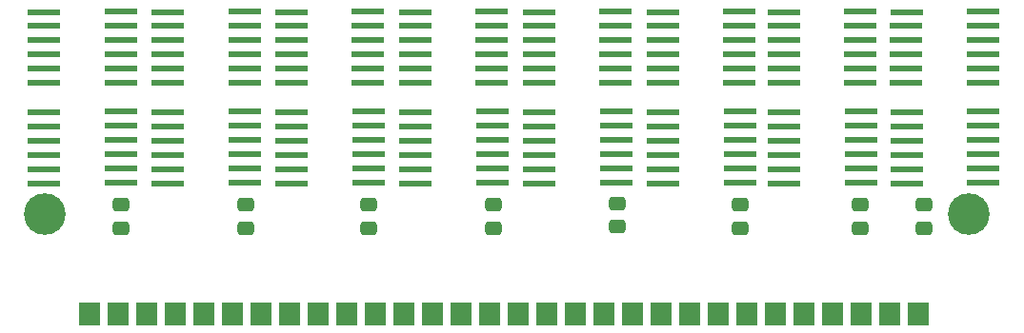
<source format=gbr>
%TF.GenerationSoftware,KiCad,Pcbnew,6.0.0+dfsg1-2*%
%TF.CreationDate,2022-02-11T22:47:22+03:00*%
%TF.ProjectId,simm3016_n,73696d6d-3330-4313-965f-6e2e6b696361,rev?*%
%TF.SameCoordinates,Original*%
%TF.FileFunction,Soldermask,Top*%
%TF.FilePolarity,Negative*%
%FSLAX46Y46*%
G04 Gerber Fmt 4.6, Leading zero omitted, Abs format (unit mm)*
G04 Created by KiCad (PCBNEW 6.0.0+dfsg1-2) date 2022-02-11 22:47:22*
%MOMM*%
%LPD*%
G01*
G04 APERTURE LIST*
G04 Aperture macros list*
%AMRoundRect*
0 Rectangle with rounded corners*
0 $1 Rounding radius*
0 $2 $3 $4 $5 $6 $7 $8 $9 X,Y pos of 4 corners*
0 Add a 4 corners polygon primitive as box body*
4,1,4,$2,$3,$4,$5,$6,$7,$8,$9,$2,$3,0*
0 Add four circle primitives for the rounded corners*
1,1,$1+$1,$2,$3*
1,1,$1+$1,$4,$5*
1,1,$1+$1,$6,$7*
1,1,$1+$1,$8,$9*
0 Add four rect primitives between the rounded corners*
20,1,$1+$1,$2,$3,$4,$5,0*
20,1,$1+$1,$4,$5,$6,$7,0*
20,1,$1+$1,$6,$7,$8,$9,0*
20,1,$1+$1,$8,$9,$2,$3,0*%
G04 Aperture macros list end*
%ADD10R,3.000000X0.600000*%
%ADD11RoundRect,0.250000X-0.475000X0.337500X-0.475000X-0.337500X0.475000X-0.337500X0.475000X0.337500X0*%
%ADD12C,3.700000*%
%ADD13R,1.900000X2.000000*%
G04 APERTURE END LIST*
D10*
%TO.C,D8*%
X221830000Y-133120000D03*
X221830000Y-131850000D03*
X221830000Y-130580000D03*
X221830000Y-129310000D03*
X221830000Y-128040000D03*
X221830000Y-126770000D03*
X221800000Y-124200000D03*
X221800000Y-122930000D03*
X221800000Y-121660000D03*
X221800000Y-120390000D03*
X221800000Y-119120000D03*
X221800000Y-117850000D03*
X215000000Y-117900000D03*
X214970000Y-119120000D03*
X214970000Y-120390000D03*
X214970000Y-121660000D03*
X214970000Y-122930000D03*
X214970000Y-124200000D03*
X215000000Y-126800000D03*
X215000000Y-128070000D03*
X215000000Y-129340000D03*
X215000000Y-130610000D03*
X215000000Y-131880000D03*
X215000000Y-133150000D03*
%TD*%
%TO.C,D4*%
X178180000Y-133120000D03*
X178180000Y-131850000D03*
X178180000Y-130580000D03*
X178180000Y-129310000D03*
X178180000Y-128040000D03*
X178180000Y-126770000D03*
X178150000Y-124200000D03*
X178150000Y-122930000D03*
X178150000Y-121660000D03*
X178150000Y-120390000D03*
X178150000Y-119120000D03*
X178150000Y-117850000D03*
X171350000Y-117900000D03*
X171320000Y-119120000D03*
X171320000Y-120390000D03*
X171320000Y-121660000D03*
X171320000Y-122930000D03*
X171320000Y-124200000D03*
X171350000Y-126800000D03*
X171350000Y-128070000D03*
X171350000Y-129340000D03*
X171350000Y-130610000D03*
X171350000Y-131880000D03*
X171350000Y-133150000D03*
%TD*%
%TO.C,D5*%
X189180000Y-133120000D03*
X189180000Y-131850000D03*
X189180000Y-130580000D03*
X189180000Y-129310000D03*
X189180000Y-128040000D03*
X189180000Y-126770000D03*
X189150000Y-124200000D03*
X189150000Y-122930000D03*
X189150000Y-121660000D03*
X189150000Y-120390000D03*
X189150000Y-119120000D03*
X189150000Y-117850000D03*
X182350000Y-117900000D03*
X182320000Y-119120000D03*
X182320000Y-120390000D03*
X182320000Y-121660000D03*
X182320000Y-122930000D03*
X182320000Y-124200000D03*
X182350000Y-126800000D03*
X182350000Y-128070000D03*
X182350000Y-129340000D03*
X182350000Y-130610000D03*
X182350000Y-131880000D03*
X182350000Y-133150000D03*
%TD*%
%TO.C,D1*%
X145180000Y-133120000D03*
X145180000Y-131850000D03*
X145180000Y-130580000D03*
X145180000Y-129310000D03*
X145180000Y-128040000D03*
X145180000Y-126770000D03*
X145150000Y-124200000D03*
X145150000Y-122930000D03*
X145150000Y-121660000D03*
X145150000Y-120390000D03*
X145150000Y-119120000D03*
X145150000Y-117850000D03*
X138350000Y-117900000D03*
X138320000Y-119120000D03*
X138320000Y-120390000D03*
X138320000Y-121660000D03*
X138320000Y-122930000D03*
X138320000Y-124200000D03*
X138350000Y-126800000D03*
X138350000Y-128070000D03*
X138350000Y-129340000D03*
X138350000Y-130610000D03*
X138350000Y-131880000D03*
X138350000Y-133150000D03*
%TD*%
%TO.C,D6*%
X200180000Y-133120000D03*
X200180000Y-131850000D03*
X200180000Y-130580000D03*
X200180000Y-129310000D03*
X200180000Y-128040000D03*
X200180000Y-126770000D03*
X200150000Y-124200000D03*
X200150000Y-122930000D03*
X200150000Y-121660000D03*
X200150000Y-120390000D03*
X200150000Y-119120000D03*
X200150000Y-117850000D03*
X193350000Y-117900000D03*
X193320000Y-119120000D03*
X193320000Y-120390000D03*
X193320000Y-121660000D03*
X193320000Y-122930000D03*
X193320000Y-124200000D03*
X193350000Y-126800000D03*
X193350000Y-128070000D03*
X193350000Y-129340000D03*
X193350000Y-130610000D03*
X193350000Y-131880000D03*
X193350000Y-133150000D03*
%TD*%
%TO.C,D2*%
X156180000Y-133120000D03*
X156180000Y-131850000D03*
X156180000Y-130580000D03*
X156180000Y-129310000D03*
X156180000Y-128040000D03*
X156180000Y-126770000D03*
X156150000Y-124200000D03*
X156150000Y-122930000D03*
X156150000Y-121660000D03*
X156150000Y-120390000D03*
X156150000Y-119120000D03*
X156150000Y-117850000D03*
X149350000Y-117900000D03*
X149320000Y-119120000D03*
X149320000Y-120390000D03*
X149320000Y-121660000D03*
X149320000Y-122930000D03*
X149320000Y-124200000D03*
X149350000Y-126800000D03*
X149350000Y-128070000D03*
X149350000Y-129340000D03*
X149350000Y-130610000D03*
X149350000Y-131880000D03*
X149350000Y-133150000D03*
%TD*%
%TO.C,D3*%
X167180000Y-133120000D03*
X167180000Y-131850000D03*
X167180000Y-130580000D03*
X167180000Y-129310000D03*
X167180000Y-128040000D03*
X167180000Y-126770000D03*
X167150000Y-124200000D03*
X167150000Y-122930000D03*
X167150000Y-121660000D03*
X167150000Y-120390000D03*
X167150000Y-119120000D03*
X167150000Y-117850000D03*
X160350000Y-117900000D03*
X160320000Y-119120000D03*
X160320000Y-120390000D03*
X160320000Y-121660000D03*
X160320000Y-122930000D03*
X160320000Y-124200000D03*
X160350000Y-126800000D03*
X160350000Y-128070000D03*
X160350000Y-129340000D03*
X160350000Y-130610000D03*
X160350000Y-131880000D03*
X160350000Y-133150000D03*
%TD*%
%TO.C,D7*%
X210930000Y-133120000D03*
X210930000Y-131850000D03*
X210930000Y-130580000D03*
X210930000Y-129310000D03*
X210930000Y-128040000D03*
X210930000Y-126770000D03*
X210900000Y-124200000D03*
X210900000Y-122930000D03*
X210900000Y-121660000D03*
X210900000Y-120390000D03*
X210900000Y-119120000D03*
X210900000Y-117850000D03*
X204100000Y-117900000D03*
X204070000Y-119120000D03*
X204070000Y-120390000D03*
X204070000Y-121660000D03*
X204070000Y-122930000D03*
X204070000Y-124200000D03*
X204100000Y-126800000D03*
X204100000Y-128070000D03*
X204100000Y-129340000D03*
X204100000Y-130610000D03*
X204100000Y-131880000D03*
X204100000Y-133150000D03*
%TD*%
D11*
%TO.C,C6*%
X200200000Y-135062500D03*
X200200000Y-137137500D03*
%TD*%
%TO.C,C2*%
X156300000Y-135062500D03*
X156300000Y-137137500D03*
%TD*%
%TO.C,C1*%
X145200000Y-135062500D03*
X145200000Y-137137500D03*
%TD*%
%TO.C,C7*%
X210900000Y-135062500D03*
X210900000Y-137137500D03*
%TD*%
%TO.C,C3*%
X167200000Y-135062500D03*
X167200000Y-137137500D03*
%TD*%
%TO.C,C5*%
X189300000Y-134925000D03*
X189300000Y-137000000D03*
%TD*%
%TO.C,C8*%
X216600000Y-135062500D03*
X216600000Y-137137500D03*
%TD*%
%TO.C,C4*%
X178300000Y-135062500D03*
X178300000Y-137137500D03*
%TD*%
D12*
%TO.C,J1*%
X220550000Y-135850000D03*
X138450000Y-135850000D03*
D13*
X142350000Y-144750000D03*
X144890000Y-144750000D03*
X147430000Y-144750000D03*
X149970000Y-144750000D03*
X152510000Y-144750000D03*
X155050000Y-144750000D03*
X157590000Y-144750000D03*
X160130000Y-144750000D03*
X162670000Y-144750000D03*
X165210000Y-144750000D03*
X167750000Y-144750000D03*
X170290000Y-144750000D03*
X172830000Y-144750000D03*
X175370000Y-144750000D03*
X177910000Y-144750000D03*
X180450000Y-144750000D03*
X182990000Y-144750000D03*
X185530000Y-144750000D03*
X188070000Y-144750000D03*
X190610000Y-144750000D03*
X193150000Y-144750000D03*
X195690000Y-144750000D03*
X198230000Y-144750000D03*
X200770000Y-144750000D03*
X203310000Y-144750000D03*
X205850000Y-144750000D03*
X208390000Y-144750000D03*
X210930000Y-144750000D03*
X213470000Y-144750000D03*
X216010000Y-144750000D03*
%TD*%
M02*

</source>
